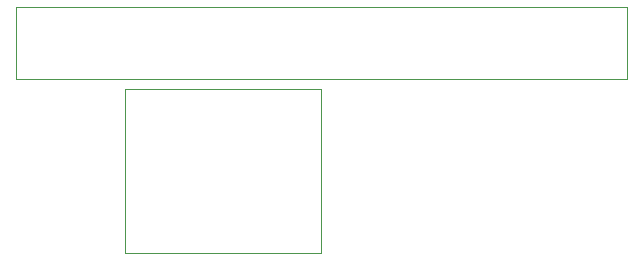
<source format=gbr>
G04 #@! TF.GenerationSoftware,KiCad,Pcbnew,5.1.10-88a1d61d58~88~ubuntu20.04.1*
G04 #@! TF.CreationDate,2021-06-08T22:25:17-06:00*
G04 #@! TF.ProjectId,raspberrypi-led-hat-2,72617370-6265-4727-9279-70692d6c6564,rev?*
G04 #@! TF.SameCoordinates,Original*
G04 #@! TF.FileFunction,Other,User*
%FSLAX46Y46*%
G04 Gerber Fmt 4.6, Leading zero omitted, Abs format (unit mm)*
G04 Created by KiCad (PCBNEW 5.1.10-88a1d61d58~88~ubuntu20.04.1) date 2021-06-08 22:25:17*
%MOMM*%
%LPD*%
G01*
G04 APERTURE LIST*
%ADD10C,0.050000*%
G04 APERTURE END LIST*
D10*
X232405000Y-115259000D02*
X215855000Y-115259000D01*
X232405000Y-101429000D02*
X232405000Y-115259000D01*
X215855000Y-101429000D02*
X232405000Y-101429000D01*
X215855000Y-115259000D02*
X215855000Y-101429000D01*
X206570000Y-94430000D02*
X206570000Y-100530000D01*
X206570000Y-100530000D02*
X258370000Y-100530000D01*
X258370000Y-100530000D02*
X258370000Y-94430000D01*
X258370000Y-94430000D02*
X206570000Y-94430000D01*
M02*

</source>
